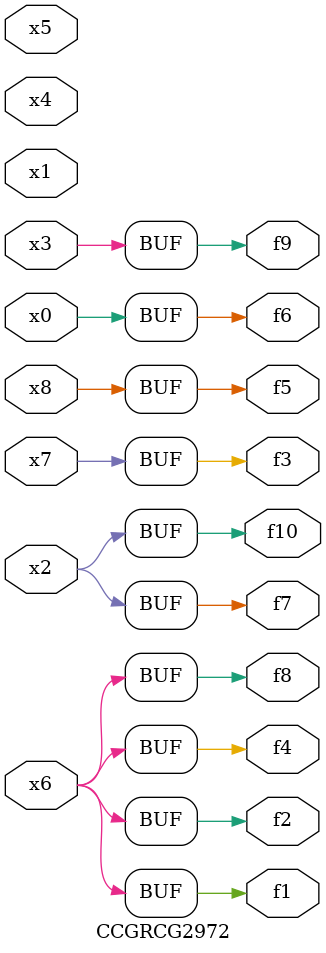
<source format=v>
module CCGRCG2972(
	input x0, x1, x2, x3, x4, x5, x6, x7, x8,
	output f1, f2, f3, f4, f5, f6, f7, f8, f9, f10
);
	assign f1 = x6;
	assign f2 = x6;
	assign f3 = x7;
	assign f4 = x6;
	assign f5 = x8;
	assign f6 = x0;
	assign f7 = x2;
	assign f8 = x6;
	assign f9 = x3;
	assign f10 = x2;
endmodule

</source>
